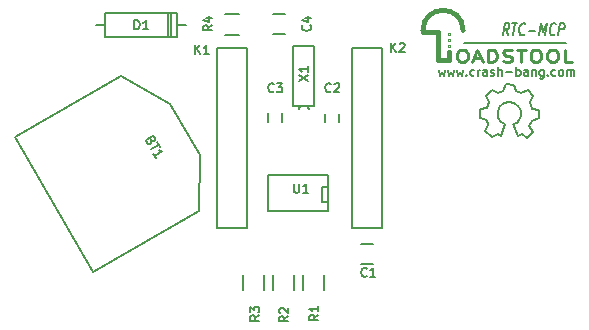
<source format=gto>
G04 #@! TF.FileFunction,Legend,Top*
%FSLAX46Y46*%
G04 Gerber Fmt 4.6, Leading zero omitted, Abs format (unit mm)*
G04 Created by KiCad (PCBNEW (2015-04-22 BZR 5620)-product) date 06/08/2015 11:32:43*
%MOMM*%
G01*
G04 APERTURE LIST*
%ADD10C,0.100000*%
%ADD11C,0.200000*%
%ADD12C,0.127000*%
%ADD13C,0.190500*%
%ADD14C,0.400000*%
%ADD15C,0.150000*%
%ADD16C,0.250000*%
G04 APERTURE END LIST*
D10*
D11*
X222250000Y-101981000D02*
X230886000Y-101981000D01*
D12*
X220068143Y-104237786D02*
X220207000Y-104723786D01*
X220345857Y-104376643D01*
X220484714Y-104723786D01*
X220623571Y-104237786D01*
X220831857Y-104237786D02*
X220970714Y-104723786D01*
X221109571Y-104376643D01*
X221248428Y-104723786D01*
X221387285Y-104237786D01*
X221595571Y-104237786D02*
X221734428Y-104723786D01*
X221873285Y-104376643D01*
X222012142Y-104723786D01*
X222150999Y-104237786D01*
X222428713Y-104654357D02*
X222463428Y-104689071D01*
X222428713Y-104723786D01*
X222393999Y-104689071D01*
X222428713Y-104654357D01*
X222428713Y-104723786D01*
X223088285Y-104689071D02*
X223018856Y-104723786D01*
X222879999Y-104723786D01*
X222810571Y-104689071D01*
X222775856Y-104654357D01*
X222741142Y-104584929D01*
X222741142Y-104376643D01*
X222775856Y-104307214D01*
X222810571Y-104272500D01*
X222879999Y-104237786D01*
X223018856Y-104237786D01*
X223088285Y-104272500D01*
X223400713Y-104723786D02*
X223400713Y-104237786D01*
X223400713Y-104376643D02*
X223435428Y-104307214D01*
X223470142Y-104272500D01*
X223539571Y-104237786D01*
X223608999Y-104237786D01*
X224164428Y-104723786D02*
X224164428Y-104341929D01*
X224129714Y-104272500D01*
X224060285Y-104237786D01*
X223921428Y-104237786D01*
X223851999Y-104272500D01*
X224164428Y-104689071D02*
X224094999Y-104723786D01*
X223921428Y-104723786D01*
X223851999Y-104689071D01*
X223817285Y-104619643D01*
X223817285Y-104550214D01*
X223851999Y-104480786D01*
X223921428Y-104446071D01*
X224094999Y-104446071D01*
X224164428Y-104411357D01*
X224476856Y-104689071D02*
X224546285Y-104723786D01*
X224685142Y-104723786D01*
X224754570Y-104689071D01*
X224789285Y-104619643D01*
X224789285Y-104584929D01*
X224754570Y-104515500D01*
X224685142Y-104480786D01*
X224580999Y-104480786D01*
X224511570Y-104446071D01*
X224476856Y-104376643D01*
X224476856Y-104341929D01*
X224511570Y-104272500D01*
X224580999Y-104237786D01*
X224685142Y-104237786D01*
X224754570Y-104272500D01*
X225101713Y-104723786D02*
X225101713Y-103994786D01*
X225414142Y-104723786D02*
X225414142Y-104341929D01*
X225379428Y-104272500D01*
X225309999Y-104237786D01*
X225205856Y-104237786D01*
X225136428Y-104272500D01*
X225101713Y-104307214D01*
X225761284Y-104446071D02*
X226316713Y-104446071D01*
X226663855Y-104723786D02*
X226663855Y-103994786D01*
X226663855Y-104272500D02*
X226733284Y-104237786D01*
X226872141Y-104237786D01*
X226941570Y-104272500D01*
X226976284Y-104307214D01*
X227010998Y-104376643D01*
X227010998Y-104584929D01*
X226976284Y-104654357D01*
X226941570Y-104689071D01*
X226872141Y-104723786D01*
X226733284Y-104723786D01*
X226663855Y-104689071D01*
X227635855Y-104723786D02*
X227635855Y-104341929D01*
X227601141Y-104272500D01*
X227531712Y-104237786D01*
X227392855Y-104237786D01*
X227323426Y-104272500D01*
X227635855Y-104689071D02*
X227566426Y-104723786D01*
X227392855Y-104723786D01*
X227323426Y-104689071D01*
X227288712Y-104619643D01*
X227288712Y-104550214D01*
X227323426Y-104480786D01*
X227392855Y-104446071D01*
X227566426Y-104446071D01*
X227635855Y-104411357D01*
X227982997Y-104237786D02*
X227982997Y-104723786D01*
X227982997Y-104307214D02*
X228017712Y-104272500D01*
X228087140Y-104237786D01*
X228191283Y-104237786D01*
X228260712Y-104272500D01*
X228295426Y-104341929D01*
X228295426Y-104723786D01*
X228954997Y-104237786D02*
X228954997Y-104827929D01*
X228920283Y-104897357D01*
X228885568Y-104932071D01*
X228816140Y-104966786D01*
X228711997Y-104966786D01*
X228642568Y-104932071D01*
X228954997Y-104689071D02*
X228885568Y-104723786D01*
X228746711Y-104723786D01*
X228677283Y-104689071D01*
X228642568Y-104654357D01*
X228607854Y-104584929D01*
X228607854Y-104376643D01*
X228642568Y-104307214D01*
X228677283Y-104272500D01*
X228746711Y-104237786D01*
X228885568Y-104237786D01*
X228954997Y-104272500D01*
X229302139Y-104654357D02*
X229336854Y-104689071D01*
X229302139Y-104723786D01*
X229267425Y-104689071D01*
X229302139Y-104654357D01*
X229302139Y-104723786D01*
X229961711Y-104689071D02*
X229892282Y-104723786D01*
X229753425Y-104723786D01*
X229683997Y-104689071D01*
X229649282Y-104654357D01*
X229614568Y-104584929D01*
X229614568Y-104376643D01*
X229649282Y-104307214D01*
X229683997Y-104272500D01*
X229753425Y-104237786D01*
X229892282Y-104237786D01*
X229961711Y-104272500D01*
X230378282Y-104723786D02*
X230308854Y-104689071D01*
X230274139Y-104654357D01*
X230239425Y-104584929D01*
X230239425Y-104376643D01*
X230274139Y-104307214D01*
X230308854Y-104272500D01*
X230378282Y-104237786D01*
X230482425Y-104237786D01*
X230551854Y-104272500D01*
X230586568Y-104307214D01*
X230621282Y-104376643D01*
X230621282Y-104584929D01*
X230586568Y-104654357D01*
X230551854Y-104689071D01*
X230482425Y-104723786D01*
X230378282Y-104723786D01*
X230933710Y-104723786D02*
X230933710Y-104237786D01*
X230933710Y-104307214D02*
X230968425Y-104272500D01*
X231037853Y-104237786D01*
X231141996Y-104237786D01*
X231211425Y-104272500D01*
X231246139Y-104341929D01*
X231246139Y-104723786D01*
X231246139Y-104341929D02*
X231280853Y-104272500D01*
X231350282Y-104237786D01*
X231454425Y-104237786D01*
X231523853Y-104272500D01*
X231558568Y-104341929D01*
X231558568Y-104723786D01*
D13*
X225970702Y-101290381D02*
X225776226Y-100814190D01*
X225535274Y-101290381D02*
X225660274Y-100290381D01*
X225950559Y-100290381D01*
X226017179Y-100338000D01*
X226047512Y-100385619D01*
X226071893Y-100480857D01*
X226054036Y-100623714D01*
X226005845Y-100718952D01*
X225963608Y-100766571D01*
X225885083Y-100814190D01*
X225594798Y-100814190D01*
X226313416Y-100290381D02*
X226748845Y-100290381D01*
X226406131Y-101290381D02*
X226531131Y-100290381D01*
X227325178Y-101195143D02*
X227282940Y-101242762D01*
X227168130Y-101290381D01*
X227095559Y-101290381D01*
X226992655Y-101242762D01*
X226931988Y-101147524D01*
X226907607Y-101052286D01*
X226895131Y-100861810D01*
X226912988Y-100718952D01*
X226973084Y-100528476D01*
X227021273Y-100433238D01*
X227105750Y-100338000D01*
X227220559Y-100290381D01*
X227293130Y-100290381D01*
X227396035Y-100338000D01*
X227426369Y-100385619D01*
X227687464Y-100909429D02*
X228268035Y-100909429D01*
X228583274Y-101290381D02*
X228708274Y-100290381D01*
X228872989Y-101004667D01*
X229216274Y-100290381D01*
X229091274Y-101290381D01*
X229901464Y-101195143D02*
X229859226Y-101242762D01*
X229744416Y-101290381D01*
X229671845Y-101290381D01*
X229568941Y-101242762D01*
X229508274Y-101147524D01*
X229483893Y-101052286D01*
X229471417Y-100861810D01*
X229489274Y-100718952D01*
X229549370Y-100528476D01*
X229597559Y-100433238D01*
X229682036Y-100338000D01*
X229796845Y-100290381D01*
X229869416Y-100290381D01*
X229972321Y-100338000D01*
X230002655Y-100385619D01*
X230216131Y-101290381D02*
X230341131Y-100290381D01*
X230631416Y-100290381D01*
X230698036Y-100338000D01*
X230728369Y-100385619D01*
X230752750Y-100480857D01*
X230734893Y-100623714D01*
X230686702Y-100718952D01*
X230644465Y-100766571D01*
X230565940Y-100814190D01*
X230275655Y-100814190D01*
D10*
X220844000Y-101292000D02*
X220844000Y-101092000D01*
X220844000Y-101092000D02*
X221044000Y-101092000D01*
X221044000Y-101092000D02*
X221044000Y-101292000D01*
X221044000Y-101292000D02*
X220844000Y-101292000D01*
X220844000Y-101792000D02*
X220844000Y-101592000D01*
X220844000Y-101592000D02*
X221044000Y-101592000D01*
X221044000Y-101592000D02*
X221044000Y-101792000D01*
X221044000Y-101792000D02*
X220844000Y-101792000D01*
X220844000Y-102292000D02*
X220844000Y-102092000D01*
X220844000Y-102092000D02*
X221044000Y-102092000D01*
X221044000Y-102092000D02*
X221044000Y-102292000D01*
X221044000Y-102292000D02*
X220844000Y-102292000D01*
D14*
X220044000Y-103392000D02*
X220944000Y-103392000D01*
X220944000Y-103392000D02*
X220944000Y-102692000D01*
X220044000Y-100992000D02*
X220044000Y-103392000D01*
X218744000Y-100992000D02*
X220044000Y-100992000D01*
X222144000Y-100892000D02*
G75*
G03X218744000Y-100892000I-1700000J0D01*
G01*
D15*
X201295000Y-102412000D02*
X201295000Y-117602000D01*
X201295000Y-117602000D02*
X203835000Y-117602000D01*
X203835000Y-117602000D02*
X203835000Y-102412000D01*
X201295000Y-102402000D02*
X203835000Y-102402000D01*
X212725000Y-102412000D02*
X212725000Y-117602000D01*
X212725000Y-117602000D02*
X215265000Y-117602000D01*
X215265000Y-117602000D02*
X215265000Y-102412000D01*
X212725000Y-102402000D02*
X215265000Y-102402000D01*
X214495000Y-118974500D02*
X213495000Y-118974500D01*
X213495000Y-120674500D02*
X214495000Y-120674500D01*
X210474000Y-108681000D02*
X210474000Y-107981000D01*
X211674000Y-107981000D02*
X211674000Y-108681000D01*
X205648000Y-108617500D02*
X205648000Y-107917500D01*
X206848000Y-107917500D02*
X206848000Y-108617500D01*
X206065500Y-101180000D02*
X207065500Y-101180000D01*
X207065500Y-99480000D02*
X206065500Y-99480000D01*
X198691500Y-100457000D02*
X197929500Y-100457000D01*
X197929500Y-100457000D02*
X197929500Y-99441000D01*
X197929500Y-99441000D02*
X191833500Y-99441000D01*
X191833500Y-99441000D02*
X191833500Y-100457000D01*
X191833500Y-100457000D02*
X191071500Y-100457000D01*
X191833500Y-100457000D02*
X191833500Y-101473000D01*
X191833500Y-101473000D02*
X197929500Y-101473000D01*
X197929500Y-101473000D02*
X197929500Y-100457000D01*
X197421500Y-99441000D02*
X197421500Y-101473000D01*
X197167500Y-101473000D02*
X197167500Y-99441000D01*
X210361500Y-121637500D02*
X210361500Y-122837500D01*
X208611500Y-122837500D02*
X208611500Y-121637500D01*
X207821500Y-121637500D02*
X207821500Y-122837500D01*
X206071500Y-122837500D02*
X206071500Y-121637500D01*
X205281500Y-121637500D02*
X205281500Y-122837500D01*
X203531500Y-122837500D02*
X203531500Y-121637500D01*
X201965000Y-99518500D02*
X203165000Y-99518500D01*
X203165000Y-101268500D02*
X201965000Y-101268500D01*
X210693000Y-116205000D02*
X205613000Y-116205000D01*
X205613000Y-116205000D02*
X205613000Y-113157000D01*
X205613000Y-113157000D02*
X210693000Y-113157000D01*
X210693000Y-113157000D02*
X210693000Y-116205000D01*
X210693000Y-115443000D02*
X210185000Y-115443000D01*
X210185000Y-115443000D02*
X210185000Y-114173000D01*
X210185000Y-114173000D02*
X210693000Y-114173000D01*
X193204102Y-104742732D02*
X197332563Y-107093436D01*
X199804102Y-116174268D02*
X199832563Y-111423564D01*
X190797437Y-121374268D02*
X184197437Y-109942732D01*
X199832563Y-111423564D02*
X197332563Y-107093436D01*
X184240739Y-109917732D02*
X193204102Y-104742732D01*
X190840739Y-121349268D02*
X199804102Y-116174268D01*
X208361280Y-107271820D02*
X208262220Y-107571540D01*
X208960720Y-107271820D02*
X209059780Y-107571540D01*
X209560160Y-107271820D02*
X209560160Y-102222300D01*
X209560160Y-102222300D02*
X207761840Y-102222300D01*
X207761840Y-102222300D02*
X207761840Y-107271820D01*
X209560160Y-107271820D02*
X207761840Y-107271820D01*
X224279460Y-108879640D02*
X224020380Y-109440980D01*
X224020380Y-109440980D02*
X224558860Y-109959140D01*
X224558860Y-109959140D02*
X225079560Y-109689900D01*
X225079560Y-109689900D02*
X225358960Y-109849920D01*
X226799140Y-109829600D02*
X227129340Y-109639100D01*
X227129340Y-109639100D02*
X227568760Y-109969300D01*
X227568760Y-109969300D02*
X228041200Y-109479080D01*
X228041200Y-109479080D02*
X227759260Y-108999020D01*
X227759260Y-108999020D02*
X227949760Y-108529120D01*
X227949760Y-108529120D02*
X228559360Y-108341160D01*
X228559360Y-108341160D02*
X228559360Y-107660440D01*
X228559360Y-107660440D02*
X228000560Y-107520740D01*
X228000560Y-107520740D02*
X227799900Y-106949240D01*
X227799900Y-106949240D02*
X228069140Y-106479340D01*
X228069140Y-106479340D02*
X227599240Y-105968800D01*
X227599240Y-105968800D02*
X227081080Y-106230420D01*
X227081080Y-106230420D02*
X226611180Y-106029760D01*
X226611180Y-106029760D02*
X226441000Y-105488740D01*
X226441000Y-105488740D02*
X225750120Y-105470960D01*
X225750120Y-105470960D02*
X225539300Y-106019600D01*
X225539300Y-106019600D02*
X225120200Y-106189780D01*
X225120200Y-106189780D02*
X224569020Y-105920540D01*
X224569020Y-105920540D02*
X224050860Y-106448860D01*
X224050860Y-106448860D02*
X224299780Y-106989880D01*
X224299780Y-106989880D02*
X224129600Y-107469940D01*
X224129600Y-107469940D02*
X223580960Y-107569000D01*
X223580960Y-107569000D02*
X223570800Y-108270040D01*
X223570800Y-108270040D02*
X224129600Y-108470700D01*
X224129600Y-108470700D02*
X224269300Y-108869480D01*
X226410520Y-108849160D02*
X226710240Y-108699300D01*
X226710240Y-108699300D02*
X226910900Y-108501180D01*
X226910900Y-108501180D02*
X227060760Y-108099860D01*
X227060760Y-108099860D02*
X227060760Y-107701080D01*
X227060760Y-107701080D02*
X226910900Y-107350560D01*
X226910900Y-107350560D02*
X226458780Y-107000040D01*
X226458780Y-107000040D02*
X226009200Y-106949240D01*
X226009200Y-106949240D02*
X225610420Y-107050840D01*
X225610420Y-107050840D02*
X225209100Y-107398820D01*
X225209100Y-107398820D02*
X225059240Y-107850940D01*
X225059240Y-107850940D02*
X225110040Y-108348780D01*
X225110040Y-108348780D02*
X225358960Y-108651040D01*
X225358960Y-108651040D02*
X225709480Y-108849160D01*
X225709480Y-108849160D02*
X225358960Y-109849920D01*
X226410520Y-108849160D02*
X226809300Y-109849920D01*
D16*
X221944000Y-102544381D02*
X222201143Y-102544381D01*
X222329715Y-102592000D01*
X222458286Y-102687238D01*
X222522572Y-102877714D01*
X222522572Y-103211048D01*
X222458286Y-103401524D01*
X222329715Y-103496762D01*
X222201143Y-103544381D01*
X221944000Y-103544381D01*
X221815429Y-103496762D01*
X221686858Y-103401524D01*
X221622572Y-103211048D01*
X221622572Y-102877714D01*
X221686858Y-102687238D01*
X221815429Y-102592000D01*
X221944000Y-102544381D01*
X223036858Y-103258667D02*
X223679715Y-103258667D01*
X222908286Y-103544381D02*
X223358286Y-102544381D01*
X223808286Y-103544381D01*
X224258287Y-103544381D02*
X224258287Y-102544381D01*
X224579715Y-102544381D01*
X224772572Y-102592000D01*
X224901144Y-102687238D01*
X224965429Y-102782476D01*
X225029715Y-102972952D01*
X225029715Y-103115810D01*
X224965429Y-103306286D01*
X224901144Y-103401524D01*
X224772572Y-103496762D01*
X224579715Y-103544381D01*
X224258287Y-103544381D01*
X225544001Y-103496762D02*
X225736858Y-103544381D01*
X226058287Y-103544381D01*
X226186858Y-103496762D01*
X226251144Y-103449143D01*
X226315429Y-103353905D01*
X226315429Y-103258667D01*
X226251144Y-103163429D01*
X226186858Y-103115810D01*
X226058287Y-103068190D01*
X225801144Y-103020571D01*
X225672572Y-102972952D01*
X225608287Y-102925333D01*
X225544001Y-102830095D01*
X225544001Y-102734857D01*
X225608287Y-102639619D01*
X225672572Y-102592000D01*
X225801144Y-102544381D01*
X226122572Y-102544381D01*
X226315429Y-102592000D01*
X226701143Y-102544381D02*
X227472572Y-102544381D01*
X227086858Y-103544381D02*
X227086858Y-102544381D01*
X228179714Y-102544381D02*
X228436857Y-102544381D01*
X228565429Y-102592000D01*
X228694000Y-102687238D01*
X228758286Y-102877714D01*
X228758286Y-103211048D01*
X228694000Y-103401524D01*
X228565429Y-103496762D01*
X228436857Y-103544381D01*
X228179714Y-103544381D01*
X228051143Y-103496762D01*
X227922572Y-103401524D01*
X227858286Y-103211048D01*
X227858286Y-102877714D01*
X227922572Y-102687238D01*
X228051143Y-102592000D01*
X228179714Y-102544381D01*
X229594000Y-102544381D02*
X229851143Y-102544381D01*
X229979715Y-102592000D01*
X230108286Y-102687238D01*
X230172572Y-102877714D01*
X230172572Y-103211048D01*
X230108286Y-103401524D01*
X229979715Y-103496762D01*
X229851143Y-103544381D01*
X229594000Y-103544381D01*
X229465429Y-103496762D01*
X229336858Y-103401524D01*
X229272572Y-103211048D01*
X229272572Y-102877714D01*
X229336858Y-102687238D01*
X229465429Y-102592000D01*
X229594000Y-102544381D01*
X231394001Y-103544381D02*
X230751144Y-103544381D01*
X230751144Y-102544381D01*
D15*
X199462572Y-102897214D02*
X199462572Y-102135214D01*
X199898000Y-102897214D02*
X199571429Y-102461786D01*
X199898000Y-102135214D02*
X199462572Y-102570643D01*
X200623714Y-102897214D02*
X200188286Y-102897214D01*
X200406000Y-102897214D02*
X200406000Y-102135214D01*
X200333429Y-102244071D01*
X200260857Y-102316643D01*
X200188286Y-102352929D01*
X216036072Y-102706714D02*
X216036072Y-101944714D01*
X216471500Y-102706714D02*
X216144929Y-102271286D01*
X216471500Y-101944714D02*
X216036072Y-102380143D01*
X216761786Y-102017286D02*
X216798072Y-101981000D01*
X216870643Y-101944714D01*
X217052072Y-101944714D01*
X217124643Y-101981000D01*
X217160929Y-102017286D01*
X217197214Y-102089857D01*
X217197214Y-102162429D01*
X217160929Y-102271286D01*
X216725500Y-102706714D01*
X217197214Y-102706714D01*
D12*
X213995000Y-121684143D02*
X213958714Y-121720429D01*
X213849857Y-121756714D01*
X213777286Y-121756714D01*
X213668429Y-121720429D01*
X213595857Y-121647857D01*
X213559572Y-121575286D01*
X213523286Y-121430143D01*
X213523286Y-121321286D01*
X213559572Y-121176143D01*
X213595857Y-121103571D01*
X213668429Y-121031000D01*
X213777286Y-120994714D01*
X213849857Y-120994714D01*
X213958714Y-121031000D01*
X213995000Y-121067286D01*
X214720714Y-121756714D02*
X214285286Y-121756714D01*
X214503000Y-121756714D02*
X214503000Y-120994714D01*
X214430429Y-121103571D01*
X214357857Y-121176143D01*
X214285286Y-121212429D01*
X210947000Y-106063143D02*
X210910714Y-106099429D01*
X210801857Y-106135714D01*
X210729286Y-106135714D01*
X210620429Y-106099429D01*
X210547857Y-106026857D01*
X210511572Y-105954286D01*
X210475286Y-105809143D01*
X210475286Y-105700286D01*
X210511572Y-105555143D01*
X210547857Y-105482571D01*
X210620429Y-105410000D01*
X210729286Y-105373714D01*
X210801857Y-105373714D01*
X210910714Y-105410000D01*
X210947000Y-105446286D01*
X211237286Y-105446286D02*
X211273572Y-105410000D01*
X211346143Y-105373714D01*
X211527572Y-105373714D01*
X211600143Y-105410000D01*
X211636429Y-105446286D01*
X211672714Y-105518857D01*
X211672714Y-105591429D01*
X211636429Y-105700286D01*
X211201000Y-106135714D01*
X211672714Y-106135714D01*
X206121000Y-106063143D02*
X206084714Y-106099429D01*
X205975857Y-106135714D01*
X205903286Y-106135714D01*
X205794429Y-106099429D01*
X205721857Y-106026857D01*
X205685572Y-105954286D01*
X205649286Y-105809143D01*
X205649286Y-105700286D01*
X205685572Y-105555143D01*
X205721857Y-105482571D01*
X205794429Y-105410000D01*
X205903286Y-105373714D01*
X205975857Y-105373714D01*
X206084714Y-105410000D01*
X206121000Y-105446286D01*
X206375000Y-105373714D02*
X206846714Y-105373714D01*
X206592714Y-105664000D01*
X206701572Y-105664000D01*
X206774143Y-105700286D01*
X206810429Y-105736571D01*
X206846714Y-105809143D01*
X206846714Y-105990571D01*
X206810429Y-106063143D01*
X206774143Y-106099429D01*
X206701572Y-106135714D01*
X206483857Y-106135714D01*
X206411286Y-106099429D01*
X206375000Y-106063143D01*
X209187143Y-100457000D02*
X209223429Y-100493286D01*
X209259714Y-100602143D01*
X209259714Y-100674714D01*
X209223429Y-100783571D01*
X209150857Y-100856143D01*
X209078286Y-100892428D01*
X208933143Y-100928714D01*
X208824286Y-100928714D01*
X208679143Y-100892428D01*
X208606571Y-100856143D01*
X208534000Y-100783571D01*
X208497714Y-100674714D01*
X208497714Y-100602143D01*
X208534000Y-100493286D01*
X208570286Y-100457000D01*
X208751714Y-99803857D02*
X209259714Y-99803857D01*
X208461429Y-99985286D02*
X209005714Y-100166714D01*
X209005714Y-99695000D01*
X194319072Y-100801714D02*
X194319072Y-100039714D01*
X194500500Y-100039714D01*
X194609357Y-100076000D01*
X194681929Y-100148571D01*
X194718214Y-100221143D01*
X194754500Y-100366286D01*
X194754500Y-100475143D01*
X194718214Y-100620286D01*
X194681929Y-100692857D01*
X194609357Y-100765429D01*
X194500500Y-100801714D01*
X194319072Y-100801714D01*
X195480214Y-100801714D02*
X195044786Y-100801714D01*
X195262500Y-100801714D02*
X195262500Y-100039714D01*
X195189929Y-100148571D01*
X195117357Y-100221143D01*
X195044786Y-100257429D01*
X209894714Y-124968000D02*
X209531857Y-125222000D01*
X209894714Y-125403428D02*
X209132714Y-125403428D01*
X209132714Y-125113143D01*
X209169000Y-125040571D01*
X209205286Y-125004286D01*
X209277857Y-124968000D01*
X209386714Y-124968000D01*
X209459286Y-125004286D01*
X209495571Y-125040571D01*
X209531857Y-125113143D01*
X209531857Y-125403428D01*
X209894714Y-124242286D02*
X209894714Y-124677714D01*
X209894714Y-124460000D02*
X209132714Y-124460000D01*
X209241571Y-124532571D01*
X209314143Y-124605143D01*
X209350429Y-124677714D01*
X207354714Y-125095000D02*
X206991857Y-125349000D01*
X207354714Y-125530428D02*
X206592714Y-125530428D01*
X206592714Y-125240143D01*
X206629000Y-125167571D01*
X206665286Y-125131286D01*
X206737857Y-125095000D01*
X206846714Y-125095000D01*
X206919286Y-125131286D01*
X206955571Y-125167571D01*
X206991857Y-125240143D01*
X206991857Y-125530428D01*
X206665286Y-124804714D02*
X206629000Y-124768428D01*
X206592714Y-124695857D01*
X206592714Y-124514428D01*
X206629000Y-124441857D01*
X206665286Y-124405571D01*
X206737857Y-124369286D01*
X206810429Y-124369286D01*
X206919286Y-124405571D01*
X207354714Y-124841000D01*
X207354714Y-124369286D01*
X204878214Y-125031500D02*
X204515357Y-125285500D01*
X204878214Y-125466928D02*
X204116214Y-125466928D01*
X204116214Y-125176643D01*
X204152500Y-125104071D01*
X204188786Y-125067786D01*
X204261357Y-125031500D01*
X204370214Y-125031500D01*
X204442786Y-125067786D01*
X204479071Y-125104071D01*
X204515357Y-125176643D01*
X204515357Y-125466928D01*
X204116214Y-124777500D02*
X204116214Y-124305786D01*
X204406500Y-124559786D01*
X204406500Y-124450928D01*
X204442786Y-124378357D01*
X204479071Y-124342071D01*
X204551643Y-124305786D01*
X204733071Y-124305786D01*
X204805643Y-124342071D01*
X204841929Y-124378357D01*
X204878214Y-124450928D01*
X204878214Y-124668643D01*
X204841929Y-124741214D01*
X204805643Y-124777500D01*
X200877714Y-100457000D02*
X200514857Y-100711000D01*
X200877714Y-100892428D02*
X200115714Y-100892428D01*
X200115714Y-100602143D01*
X200152000Y-100529571D01*
X200188286Y-100493286D01*
X200260857Y-100457000D01*
X200369714Y-100457000D01*
X200442286Y-100493286D01*
X200478571Y-100529571D01*
X200514857Y-100602143D01*
X200514857Y-100892428D01*
X200369714Y-99803857D02*
X200877714Y-99803857D01*
X200079429Y-99985286D02*
X200623714Y-100166714D01*
X200623714Y-99695000D01*
X207826429Y-113882714D02*
X207826429Y-114499571D01*
X207862714Y-114572143D01*
X207899000Y-114608429D01*
X207971571Y-114644714D01*
X208116714Y-114644714D01*
X208189286Y-114608429D01*
X208225571Y-114572143D01*
X208261857Y-114499571D01*
X208261857Y-113882714D01*
X209023857Y-114644714D02*
X208588429Y-114644714D01*
X208806143Y-114644714D02*
X208806143Y-113882714D01*
X208733572Y-113991571D01*
X208661000Y-114064143D01*
X208588429Y-114100429D01*
X195732266Y-110212785D02*
X195755270Y-110325201D01*
X195741988Y-110374767D01*
X195697283Y-110442478D01*
X195603010Y-110496906D01*
X195522018Y-110501767D01*
X195472451Y-110488487D01*
X195404741Y-110443780D01*
X195259598Y-110192386D01*
X195919510Y-109811386D01*
X196046510Y-110031356D01*
X196051371Y-110112348D01*
X196038089Y-110161915D01*
X195993383Y-110229624D01*
X195930534Y-110265910D01*
X195849543Y-110270772D01*
X195799976Y-110257491D01*
X195732266Y-110212785D01*
X195605266Y-109992814D01*
X196246081Y-110377023D02*
X196463795Y-110754116D01*
X195695027Y-110946570D02*
X196354938Y-110565570D01*
X196130455Y-111700754D02*
X195912741Y-111323662D01*
X196021598Y-111512208D02*
X196681509Y-111131208D01*
X196550951Y-111122788D01*
X196451816Y-111096225D01*
X196384106Y-111051519D01*
X208243714Y-105137857D02*
X209005714Y-104629857D01*
X208243714Y-104629857D02*
X209005714Y-105137857D01*
X209005714Y-103940429D02*
X209005714Y-104375857D01*
X209005714Y-104158143D02*
X208243714Y-104158143D01*
X208352571Y-104230714D01*
X208425143Y-104303286D01*
X208461429Y-104375857D01*
M02*

</source>
